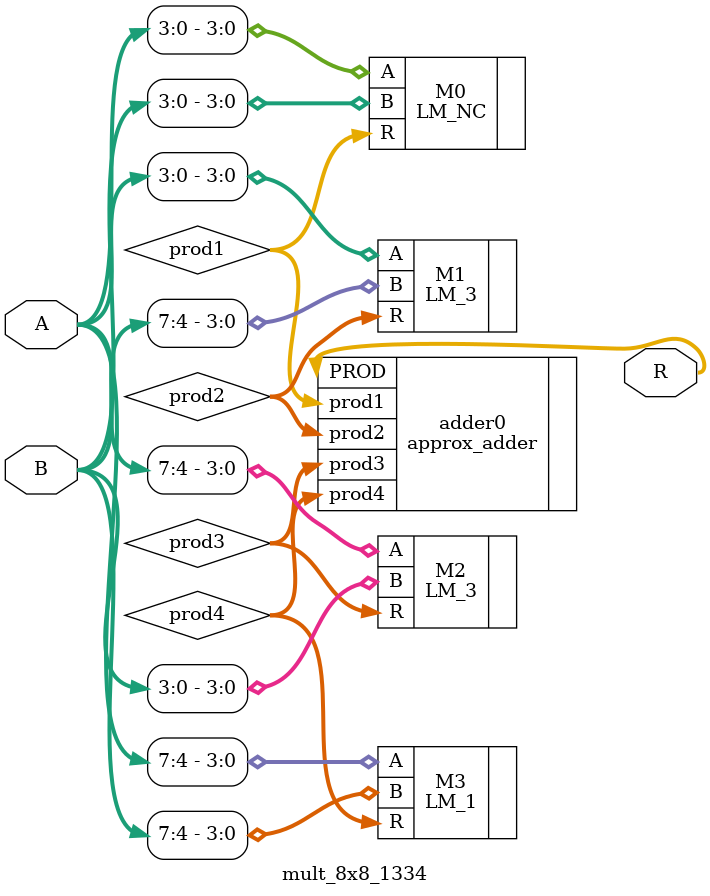
<source format=v>
module mult_8x8_1334(
input [7:0] A,
input [7:0] B,
output [15:0]R
);
wire [7:0]prod1;
wire [7:0]prod2;
wire [7:0]prod3;
wire [7:0]prod4;

LM_NC M0(.A(A[3:0]),.B(B[3:0]),.R(prod1));
LM_3 M1(.A(A[3:0]),.B(B[7:4]),.R(prod2));
LM_3 M2(.A(A[7:4]),.B(B[3:0]),.R(prod3));
LM_1 M3(.A(A[7:4]),.B(B[7:4]),.R(prod4));
approx_adder adder0(.prod1(prod1),.prod2(prod2),.prod3(prod3),.prod4(prod4),.PROD(R));
endmodule

</source>
